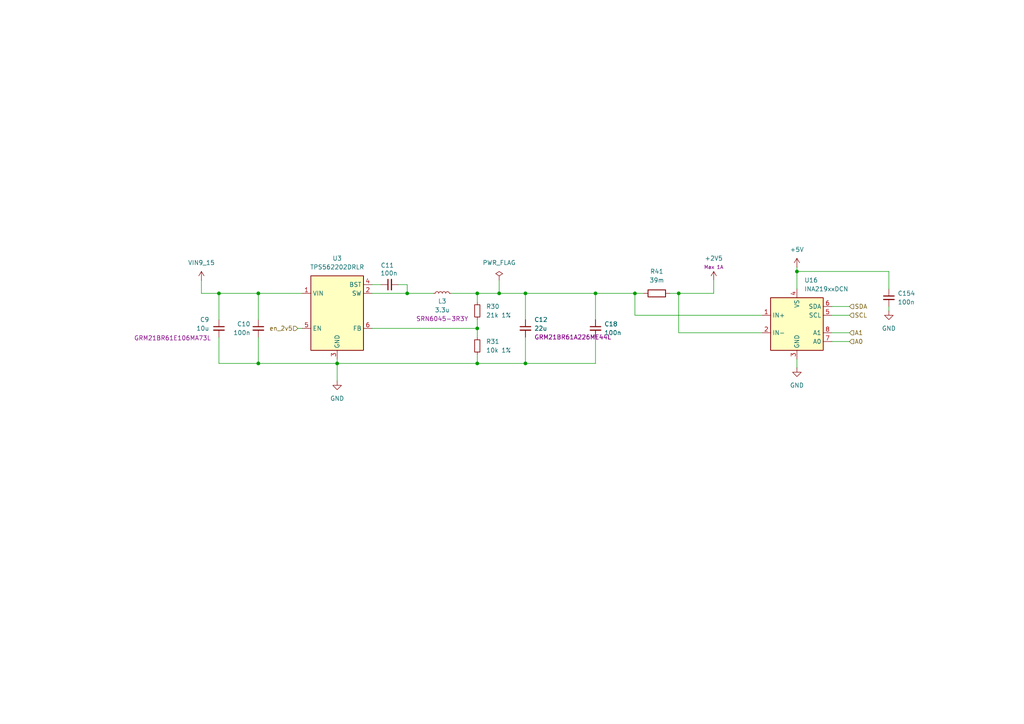
<source format=kicad_sch>
(kicad_sch (version 20250114) (generator "eeschema") (generator_version "9.0")
  (paper "A4")
  (lib_symbols
    (symbol "Device:C_Small" (pin_numbers (hide yes)) (pin_names (offset 0.254) (hide yes))
      (property "Reference" "C" (at 0.254 1.778 0))
      (property "Value" "C_Small" (at 0.254 -2.032 0))
      (symbol "C_Small_0_1"
        (polyline (pts (xy -1.524 0.508) (xy 1.524 0.508)) (stroke (width 0.3048)))
        (polyline (pts (xy -1.524 -0.508) (xy 1.524 -0.508)) (stroke (width 0.3302)))
      )
      (symbol "C_Small_1_1"
        (pin passive line (at 0 2.54 270) (length 2.032) (name "~") (number "1"))
        (pin passive line (at 0 -2.54 90) (length 2.032) (name "~") (number "2"))
      )
    )
    (symbol "Device:L_Small" (pin_numbers (hide yes)) (pin_names (offset 0.254) (hide yes))
      (property "Reference" "L" (at 0.762 1.016 0))
      (property "Value" "L_Small" (at 0.762 -1.016 0))
      (symbol "L_Small_0_1"
        (arc (start 0 2.032) (mid 0.5058 1.524) (end 0 1.016))
        (arc (start 0 1.016) (mid 0.5058 0.508) (end 0 0))
        (arc (start 0 0) (mid 0.5058 -0.508) (end 0 -1.016))
        (arc (start 0 -1.016) (mid 0.5058 -1.524) (end 0 -2.032))
      )
      (symbol "L_Small_1_1"
        (pin passive line (at 0 2.54 270) (length 0.508) (name "~") (number "1"))
        (pin passive line (at 0 -2.54 90) (length 0.508) (name "~") (number "2"))
      )
    )
    (symbol "Device:R" (pin_numbers (hide yes)) (pin_names (offset 0))
      (property "Reference" "R" (at 2.032 0 90))
      (property "Value" "R" (at 0 0 90))
      (symbol "R_0_1"
        (rectangle (start -1.016 -2.54) (end 1.016 2.54) (stroke (width 0.254)))
      )
      (symbol "R_1_1"
        (pin passive line (at 0 3.81 270) (length 1.27) (name "~") (number "1"))
        (pin passive line (at 0 -3.81 90) (length 1.27) (name "~") (number "2"))
      )
    )
    (symbol "Device:R_Small" (pin_numbers (hide yes)) (pin_names (offset 0.254) (hide yes))
      (property "Reference" "R" (at 0 0 90))
      (property "Value" "R_Small" (at 1.778 0 90))
      (symbol "R_Small_0_1"
        (rectangle (start -0.762 1.778) (end 0.762 -1.778) (stroke (width 0.2032)))
      )
      (symbol "R_Small_1_1"
        (pin passive line (at 0 2.54 270) (length 0.762) (name "~") (number "1"))
        (pin passive line (at 0 -2.54 90) (length 0.762) (name "~") (number "2"))
      )
    )
    (symbol "ECAP5-BSOM:INA219xxDCN"
      (property "Reference" "U" (at -6.35 8.89 0))
      (property "Value" "INA219xxDCN" (at 6.35 8.89 0))
      (symbol "INA219xxDCN_0_1"
        (rectangle (start -7.62 7.62) (end 7.62 -7.62) (stroke (width 0.254)) (fill (type background)))
      )
      (symbol "INA219xxDCN_1_1"
        (pin input line (at -10.16 2.54 0) (length 2.54) (name "IN+") (number "1"))
        (pin input line (at -10.16 -2.54 0) (length 2.54) (name "IN-") (number "2"))
        (pin power_in line (at 0 10.16 270) (length 2.54) (name "VS") (number "4"))
        (pin power_in line (at 0 -10.16 90) (length 2.54) (name "GND") (number "3"))
        (pin bidirectional line (at 10.16 5.08 180) (length 2.54) (name "SDA") (number "6"))
        (pin input line (at 10.16 2.54 180) (length 2.54) (name "SCL") (number "5"))
        (pin input line (at 10.16 -2.54 180) (length 2.54) (name "A1") (number "8"))
        (pin input line (at 10.16 -5.08 180) (length 2.54) (name "A0") (number "7"))
      )
    )
    (symbol "ECAP5-BSOM:TPS562202DRLR"
      (property "Reference" "U" (at -7.62 11.43 0))
      (property "Value" "TPS562202DRLR" (at 5.334 11.43 0))
      (symbol "TPS562202DRLR_0_1"
        (rectangle (start -7.62 10.16) (end 7.62 -11.43) (stroke (width 0.254)) (fill (type background)))
      )
      (symbol "TPS562202DRLR_1_1"
        (pin power_in line (at -10.16 5.08 0) (length 2.54) (name "VIN") (number "1"))
        (pin input line (at -10.16 -5.08 0) (length 2.54) (name "EN") (number "5"))
        (pin power_in line (at 0 -13.97 90) (length 2.54) (name "GND") (number "3"))
        (pin output line (at 10.16 7.62 180) (length 2.54) (name "BST") (number "4"))
        (pin output line (at 10.16 5.08 180) (length 2.54) (name "SW") (number "2"))
        (pin input line (at 10.16 -5.08 180) (length 2.54) (name "FB") (number "6"))
      )
    )
    (symbol "ECAP5-BSOM:VIN9_15" (power) (pin_numbers (hide yes)) (pin_names (offset 0) (hide yes))
      (property "Value" "VIN9_15" (at 0 3.556 0))
      (symbol "VIN9_15_0_1"
        (polyline (pts (xy -0.762 1.27) (xy 0 2.54)))
        (polyline (pts (xy 0 2.54) (xy 0.762 1.27)))
        (polyline (pts (xy 0 0) (xy 0 2.54)))
      )
      (symbol "VIN9_15_1_1"
        (pin power_in line (at 0 0 90) (length 0) (name "~") (number "1"))
      )
    )
    (symbol "power:+2V5" (power) (pin_numbers (hide yes)) (pin_names (offset 0) (hide yes))
      (property "Value" "+2V5" (at 0 3.556 0))
      (symbol "+2V5_0_1"
        (polyline (pts (xy -0.762 1.27) (xy 0 2.54)))
        (polyline (pts (xy 0 2.54) (xy 0.762 1.27)))
        (polyline (pts (xy 0 0) (xy 0 2.54)))
      )
      (symbol "+2V5_1_1"
        (pin power_in line (at 0 0 90) (length 0) (name "~") (number "1"))
      )
    )
    (symbol "power:+5V" (power) (pin_numbers (hide yes)) (pin_names (offset 0) (hide yes))
      (property "Value" "+5V" (at 0 3.556 0))
      (symbol "+5V_0_1"
        (polyline (pts (xy -0.762 1.27) (xy 0 2.54)))
        (polyline (pts (xy 0 2.54) (xy 0.762 1.27)))
        (polyline (pts (xy 0 0) (xy 0 2.54)))
      )
      (symbol "+5V_1_1"
        (pin power_in line (at 0 0 90) (length 0) (name "~") (number "1"))
      )
    )
    (symbol "power:GND" (power) (pin_numbers (hide yes)) (pin_names (offset 0) (hide yes))
      (property "Value" "GND" (at 0 -3.81 0))
      (symbol "GND_0_1"
        (polyline (pts (xy 0 0) (xy 0 -1.27) (xy 1.27 -1.27) (xy 0 -2.54) (xy -1.27 -1.27) (xy 0 -1.27)))
      )
      (symbol "GND_1_1"
        (pin power_in line (at 0 0 270) (length 0) (name "~") (number "1"))
      )
    )
    (symbol "power:PWR_FLAG" (power) (pin_numbers (hide yes)) (pin_names (offset 0) (hide yes))
      (property "Value" "PWR_FLAG" (at 0 3.81 0))
      (symbol "PWR_FLAG_0_0"
        (pin power_out line (at 0 0 90) (length 0) (name "~") (number "1"))
      )
      (symbol "PWR_FLAG_0_1"
        (polyline (pts (xy 0 0) (xy 0 1.27) (xy -1.016 1.905) (xy 0 2.54) (xy 1.016 1.905) (xy 0 1.27)))
      )
    )
  )
  (junction (at 172.72 85.09))
  (junction (at 138.43 85.09))
  (junction (at 152.4 85.09))
  (junction (at 97.79 105.41))
  (junction (at 152.4 105.41))
  (junction (at 196.85 85.09))
  (junction (at 138.43 105.41))
  (junction (at 74.93 105.41))
  (junction (at 74.93 85.09))
  (junction (at 63.5 85.09))
  (junction (at 231.14 78.74))
  (junction (at 184.15 85.09))
  (junction (at 144.78 85.09))
  (junction (at 138.43 95.25))
  (junction (at 118.11 85.09))
  (wire (pts (xy 63.5 85.09) (xy 74.93 85.09)))
  (wire (pts (xy 172.72 92.71) (xy 172.72 85.09)))
  (wire (pts (xy 144.78 85.09) (xy 152.4 85.09)))
  (wire (pts (xy 97.79 105.41) (xy 97.79 110.49)))
  (wire (pts (xy 118.11 82.55) (xy 118.11 85.09)))
  (wire (pts (xy 118.11 85.09) (xy 125.73 85.09)))
  (wire (pts (xy 58.42 81.28) (xy 58.42 85.09)))
  (wire (pts (xy 144.78 81.28) (xy 144.78 85.09)))
  (wire (pts (xy 107.95 85.09) (xy 118.11 85.09)))
  (wire (pts (xy 231.14 77.47) (xy 231.14 78.74)))
  (wire (pts (xy 231.14 104.14) (xy 231.14 106.68)))
  (wire (pts (xy 246.38 99.06) (xy 241.3 99.06)))
  (wire (pts (xy 152.4 92.71) (xy 152.4 85.09)))
  (wire (pts (xy 97.79 105.41) (xy 138.43 105.41)))
  (wire (pts (xy 74.93 97.79) (xy 74.93 105.41)))
  (wire (pts (xy 231.14 78.74) (xy 231.14 83.82)))
  (wire (pts (xy 130.81 85.09) (xy 138.43 85.09)))
  (wire (pts (xy 63.5 92.71) (xy 63.5 85.09)))
  (wire (pts (xy 152.4 97.79) (xy 152.4 105.41)))
  (wire (pts (xy 74.93 105.41) (xy 97.79 105.41)))
  (wire (pts (xy 246.38 91.44) (xy 241.3 91.44)))
  (wire (pts (xy 196.85 85.09) (xy 207.01 85.09)))
  (wire (pts (xy 138.43 85.09) (xy 138.43 87.63)))
  (wire (pts (xy 196.85 96.52) (xy 220.98 96.52)))
  (wire (pts (xy 196.85 96.52) (xy 196.85 85.09)))
  (wire (pts (xy 107.95 82.55) (xy 110.49 82.55)))
  (wire (pts (xy 86.36 95.25) (xy 87.63 95.25)))
  (wire (pts (xy 246.38 96.52) (xy 241.3 96.52)))
  (wire (pts (xy 138.43 95.25) (xy 138.43 97.79)))
  (wire (pts (xy 172.72 85.09) (xy 152.4 85.09)))
  (wire (pts (xy 207.01 81.28) (xy 207.01 85.09)))
  (wire (pts (xy 138.43 85.09) (xy 144.78 85.09)))
  (wire (pts (xy 184.15 91.44) (xy 184.15 85.09)))
  (wire (pts (xy 152.4 105.41) (xy 172.72 105.41)))
  (wire (pts (xy 257.81 88.9) (xy 257.81 90.17)))
  (wire (pts (xy 172.72 97.79) (xy 172.72 105.41)))
  (wire (pts (xy 220.98 91.44) (xy 184.15 91.44)))
  (wire (pts (xy 184.15 85.09) (xy 186.69 85.09)))
  (wire (pts (xy 246.38 88.9) (xy 241.3 88.9)))
  (wire (pts (xy 138.43 102.87) (xy 138.43 105.41)))
  (wire (pts (xy 63.5 97.79) (xy 63.5 105.41)))
  (wire (pts (xy 172.72 85.09) (xy 184.15 85.09)))
  (wire (pts (xy 74.93 85.09) (xy 87.63 85.09)))
  (wire (pts (xy 257.81 78.74) (xy 257.81 83.82)))
  (wire (pts (xy 107.95 95.25) (xy 138.43 95.25)))
  (wire (pts (xy 115.57 82.55) (xy 118.11 82.55)))
  (wire (pts (xy 63.5 105.41) (xy 74.93 105.41)))
  (wire (pts (xy 74.93 85.09) (xy 74.93 92.71)))
  (wire (pts (xy 97.79 104.14) (xy 97.79 105.41)))
  (wire (pts (xy 194.31 85.09) (xy 196.85 85.09)))
  (wire (pts (xy 231.14 78.74) (xy 257.81 78.74)))
  (wire (pts (xy 138.43 105.41) (xy 152.4 105.41)))
  (wire (pts (xy 58.42 85.09) (xy 63.5 85.09)))
  (wire (pts (xy 138.43 92.71) (xy 138.43 95.25)))
  (hierarchical_label "SCL" (shape input) (at 246.38 91.44 0))
  (hierarchical_label "A1" (shape input) (at 246.38 96.52 0))
  (hierarchical_label "A0" (shape input) (at 246.38 99.06 0))
  (hierarchical_label "SDA" (shape input) (at 246.38 88.9 0))
  (hierarchical_label "en_2v5" (shape input) (at 86.36 95.25 180))
  (symbol (lib_id "power:PWR_FLAG") (at 144.78 81.28 0) (unit 1)
    (property "Reference" "#FLG03" (effects (hide yes)))
    (property "Value" "PWR_FLAG" (at 144.78 76.2 0))
    (property "Description" "Special symbol for telling ERC where power comes from" (effects (hide yes)))
  )
  (symbol (lib_id "Device:C_Small") (at 63.5 95.25 0) (unit 1)
    (property "Reference" "C9" (at 60.706 92.71 0) (effects (justify right)))
    (property "Value" "10u" (at 60.706 95.25 0) (effects (justify right)))
    (property "Footprint" "Capacitor_SMD:C_0805_2012Metric" (effects (hide yes)))
    (property "Description" "Unpolarized capacitor, small symbol" (effects (hide yes)))
    (property "Part" "GRM21BR61E106MA73L" (at 50.038 98.044 0))
  )
  (symbol (lib_id "power:+2V5") (at 207.01 81.28 0) (unit 1)
    (property "Reference" "#PWR04" (effects (hide yes)))
    (property "Value" "+2V5" (at 207.01 74.93 0))
    (property "Description" "Power symbol creates a global label with name \"+2V5\"" (effects (hide yes)))
    (property "Max current" "Max 1A" (at 207.01 77.47 0) (effects (font (size 1.016 1.016))))
  )
  (symbol (lib_id "ECAP5-BSOM:INA219xxDCN") (at 231.14 93.98 0) (unit 1)
    (property "Reference" "U16" (at 233.2833 81.28 0) (effects (justify left)))
    (property "Value" "INA219xxDCN" (at 233.2833 83.82 0) (effects (justify left)))
    (property "Footprint" "Package_TO_SOT_SMD:SOT-23-8" (effects (hide yes)))
    (property "Datasheet" "http://www.ti.com/lit/ds/symlink/ina219.pdf" (effects (hide yes)))
    (property "Description" "Zero-Drift, Bidirectional Current/Power Monitor (0-26V) With I2C Interface, SOT-23-8" (effects (hide yes)))
  )
  (symbol (lib_id "power:GND") (at 257.81 90.17 0) (unit 1)
    (property "Reference" "#PWR0193" (effects (hide yes)))
    (property "Value" "GND" (at 257.81 95.25 0))
    (property "Description" "Power symbol creates a global label with name \"GND\" , ground" (effects (hide yes)))
  )
  (symbol (lib_id "Device:R_Small") (at 138.43 90.17 0) (unit 1)
    (property "Reference" "R30" (at 140.97 88.8999 0) (effects (justify left)))
    (property "Value" "21k 1%" (at 140.97 91.4399 0) (effects (justify left)))
    (property "Footprint" "Resistor_SMD:R_0402_1005Metric" (effects (hide yes)))
    (property "Description" "Resistor, small symbol" (effects (hide yes)))
  )
  (symbol (lib_id "power:+5V") (at 231.14 77.47 0) (unit 1)
    (property "Reference" "#PWR048" (effects (hide yes)))
    (property "Value" "+5V" (at 231.14 72.39 0))
    (property "Description" "Power symbol creates a global label with name \"+5V\"" (effects (hide yes)))
  )
  (symbol (lib_id "Device:R_Small") (at 138.43 100.33 0) (unit 1)
    (property "Reference" "R31" (at 140.97 99.0599 0) (effects (justify left)))
    (property "Value" "10k 1%" (at 140.97 101.5999 0) (effects (justify left)))
    (property "Footprint" "Resistor_SMD:R_0402_1005Metric" (effects (hide yes)))
    (property "Description" "Resistor, small symbol" (effects (hide yes)))
  )
  (symbol (lib_id "power:GND") (at 231.14 106.68 0) (unit 1)
    (property "Reference" "#PWR056" (effects (hide yes)))
    (property "Value" "GND" (at 231.14 111.76 0))
    (property "Description" "Power symbol creates a global label with name \"GND\" , ground" (effects (hide yes)))
  )
  (symbol (lib_id "power:GND") (at 97.79 110.49 0) (unit 1)
    (property "Reference" "#PWR07" (effects (hide yes)))
    (property "Value" "GND" (at 97.79 115.57 0))
    (property "Description" "Power symbol creates a global label with name \"GND\" , ground" (effects (hide yes)))
  )
  (symbol (lib_id "ECAP5-BSOM:VIN9_15") (at 58.42 81.28 0) (unit 1)
    (property "Reference" "#PWR03" (effects (hide yes)))
    (property "Value" "VIN9_15" (at 58.42 76.2 0))
    (property "Description" "Power symbol creates a global label with name \"VIN9_15\"" (effects (hide yes)))
  )
  (symbol (lib_id "Device:C_Small") (at 74.93 95.25 0) (unit 1)
    (property "Reference" "C10" (at 72.644 93.98 0) (effects (justify right)))
    (property "Value" "100n" (at 72.644 96.52 0) (effects (justify right)))
    (property "Footprint" "Capacitor_SMD:C_0805_2012Metric" (effects (hide yes)))
    (property "Description" "Unpolarized capacitor, small symbol" (effects (hide yes)))
  )
  (symbol (lib_id "ECAP5-BSOM:TPS562202DRLR") (at 97.79 90.17 0) (unit 1)
    (property "Reference" "U3" (at 97.79 74.93 0))
    (property "Value" "TPS562202DRLR" (at 97.79 77.47 0))
    (property "Footprint" "ECAP5-DPROC:TI_DRL0006A" (effects (hide yes)))
    (property "Datasheet" "https://www.ti.com/lit/ds/symlink/lm3880.pdf" (effects (hide yes)))
    (property "Description" "Three-Rail Simple Power Supply Sequencer" (effects (hide yes)))
  )
  (symbol (lib_id "Device:L_Small") (at 128.27 85.09 90) (unit 1)
    (property "Reference" "L3" (at 128.27 87.376 90))
    (property "Value" "3.3u" (at 128.27 89.916 90))
    (property "Footprint" "ECAP5-DPROC:Coilcraft_XAL4030" (effects (hide yes)))
    (property "Description" "Inductor, small symbol" (effects (hide yes)))
    (property "Part" "SRN6045-3R3Y" (at 128.27 92.456 90))
  )
  (symbol (lib_id "Device:C_Small") (at 172.72 95.25 0) (unit 1)
    (property "Reference" "C18" (at 175.26 93.9862 0) (effects (justify left)))
    (property "Value" "100n" (at 175.26 96.5262 0) (effects (justify left)))
    (property "Footprint" "Capacitor_SMD:C_0805_2012Metric" (effects (hide yes)))
    (property "Description" "Unpolarized capacitor, small symbol" (effects (hide yes)))
  )
  (symbol (lib_id "Device:C_Small") (at 113.03 82.55 90) (unit 1)
    (property "Reference" "C11" (at 114.3 76.962 90) (effects (justify left)))
    (property "Value" "100n" (at 115.316 79.248 90) (effects (justify left)))
    (property "Footprint" "Capacitor_SMD:C_0402_1005Metric" (effects (hide yes)))
    (property "Description" "Unpolarized capacitor, small symbol" (effects (hide yes)))
  )
  (symbol (lib_id "Device:R") (at 190.5 85.09 90) (unit 1)
    (property "Reference" "R41" (at 190.5 78.74 90))
    (property "Value" "39m" (at 190.5 81.28 90))
    (property "Description" "Resistor" (effects (hide yes)))
  )
  (symbol (lib_id "Device:C_Small") (at 257.81 86.36 0) (unit 1)
    (property "Reference" "C154" (at 260.35 85.0962 0) (effects (justify left)))
    (property "Value" "100n" (at 260.35 87.6362 0) (effects (justify left)))
    (property "Footprint" "Capacitor_SMD:C_0201_0603Metric" (effects (hide yes)))
    (property "Description" "Unpolarized capacitor, small symbol" (effects (hide yes)))
  )
  (symbol (lib_id "Device:C_Small") (at 152.4 95.25 0) (unit 1)
    (property "Reference" "C12" (at 154.94 92.71 0) (effects (justify left)))
    (property "Value" "22u" (at 154.94 95.25 0) (effects (justify left)))
    (property "Footprint" "Capacitor_SMD:C_0805_2012Metric" (effects (hide yes)))
    (property "Description" "Unpolarized capacitor, small symbol" (effects (hide yes)))
    (property "Part" "GRM21BR61A226ME44L " (at 166.624 97.7838 0))
  )
)
</source>
